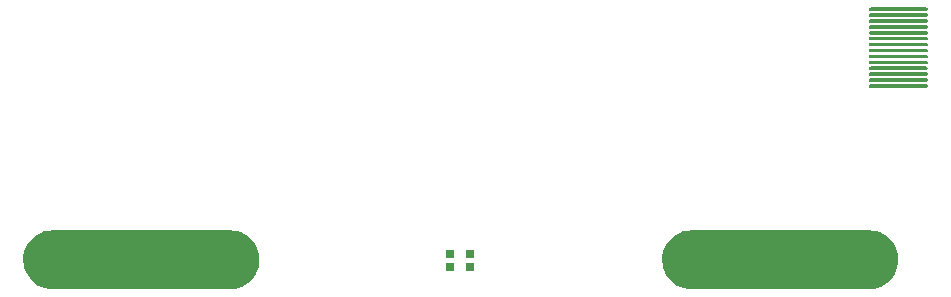
<source format=gtp>
G04 #@! TF.GenerationSoftware,KiCad,Pcbnew,5.99.0-unknown-c3175b4~100~ubuntu16.04.1*
G04 #@! TF.CreationDate,2020-01-01T10:39:55+05:30*
G04 #@! TF.ProjectId,paperd.ink_final_panel,70617065-7264-42e6-996e-6b5f66696e61,rev?*
G04 #@! TF.SameCoordinates,Original*
G04 #@! TF.FileFunction,Paste,Top*
G04 #@! TF.FilePolarity,Positive*
%FSLAX46Y46*%
G04 Gerber Fmt 4.6, Leading zero omitted, Abs format (unit mm)*
G04 Created by KiCad (PCBNEW 5.99.0-unknown-c3175b4~100~ubuntu16.04.1) date 2020-01-01 10:39:55*
%MOMM*%
%LPD*%
G04 APERTURE LIST*
%ADD10C,0.100000*%
%ADD11C,5.000000*%
%ADD12R,0.800000X0.700000*%
%ADD13C,0.300000*%
G04 APERTURE END LIST*
D10*
G04 #@! TO.C,S2*
G36*
X182879693Y-151800524D02*
G01*
X183194136Y-151861762D01*
X183498168Y-151962707D01*
X183786794Y-152101702D01*
X184055276Y-152276465D01*
X184299206Y-152484126D01*
X184514579Y-152721274D01*
X184697857Y-152984018D01*
X184846032Y-153268041D01*
X184956670Y-153568680D01*
X185027954Y-153880999D01*
X185060000Y-154279999D01*
X185060000Y-154280001D01*
X185039475Y-154599694D01*
X184978237Y-154914137D01*
X184877292Y-155218169D01*
X184738297Y-155506795D01*
X184563534Y-155775277D01*
X184355873Y-156019207D01*
X184118725Y-156234580D01*
X183855981Y-156417858D01*
X183571958Y-156566033D01*
X183271319Y-156676671D01*
X182959000Y-156747955D01*
X182560000Y-156780001D01*
X167560000Y-156780001D01*
X167240307Y-156759476D01*
X166925864Y-156698238D01*
X166621832Y-156597293D01*
X166333206Y-156458298D01*
X166064724Y-156283535D01*
X165820794Y-156075874D01*
X165605421Y-155838726D01*
X165422143Y-155575982D01*
X165273968Y-155291959D01*
X165163330Y-154991320D01*
X165092046Y-154679001D01*
X165060000Y-154280001D01*
X165060000Y-154279999D01*
X165080525Y-153960306D01*
X165141763Y-153645863D01*
X165242708Y-153341831D01*
X165381703Y-153053205D01*
X165556466Y-152784723D01*
X165764127Y-152540793D01*
X166001275Y-152325420D01*
X166264019Y-152142142D01*
X166548042Y-151993967D01*
X166848681Y-151883329D01*
X167161000Y-151812045D01*
X167560000Y-151779999D01*
X182560000Y-151779999D01*
X182879693Y-151800524D01*
X182879693Y-151800524D01*
G37*
D11*
X175060000Y-154280000D03*
G04 #@! TD*
D10*
G04 #@! TO.C,S1*
G36*
X128779693Y-151800524D02*
G01*
X129094136Y-151861762D01*
X129398168Y-151962707D01*
X129686794Y-152101702D01*
X129955276Y-152276465D01*
X130199206Y-152484126D01*
X130414579Y-152721274D01*
X130597857Y-152984018D01*
X130746032Y-153268041D01*
X130856670Y-153568680D01*
X130927954Y-153880999D01*
X130960000Y-154279999D01*
X130960000Y-154280001D01*
X130939475Y-154599694D01*
X130878237Y-154914137D01*
X130777292Y-155218169D01*
X130638297Y-155506795D01*
X130463534Y-155775277D01*
X130255873Y-156019207D01*
X130018725Y-156234580D01*
X129755981Y-156417858D01*
X129471958Y-156566033D01*
X129171319Y-156676671D01*
X128859000Y-156747955D01*
X128460000Y-156780001D01*
X113460000Y-156780001D01*
X113140307Y-156759476D01*
X112825864Y-156698238D01*
X112521832Y-156597293D01*
X112233206Y-156458298D01*
X111964724Y-156283535D01*
X111720794Y-156075874D01*
X111505421Y-155838726D01*
X111322143Y-155575982D01*
X111173968Y-155291959D01*
X111063330Y-154991320D01*
X110992046Y-154679001D01*
X110960000Y-154280001D01*
X110960000Y-154279999D01*
X110980525Y-153960306D01*
X111041763Y-153645863D01*
X111142708Y-153341831D01*
X111281703Y-153053205D01*
X111456466Y-152784723D01*
X111664127Y-152540793D01*
X111901275Y-152325420D01*
X112164019Y-152142142D01*
X112448042Y-151993967D01*
X112748681Y-151883329D01*
X113061000Y-151812045D01*
X113460000Y-151779999D01*
X128460000Y-151779999D01*
X128779693Y-151800524D01*
X128779693Y-151800524D01*
G37*
D11*
X120960000Y-154280000D03*
G04 #@! TD*
D12*
G04 #@! TO.C,D5*
X147092000Y-154894000D03*
X148792000Y-154894000D03*
X148792000Y-153794000D03*
X147092000Y-153794000D03*
G04 #@! TD*
D10*
G04 #@! TO.C,J3*
G36*
X187467403Y-139421417D02*
G01*
X187516066Y-139453933D01*
X187548582Y-139502596D01*
X187560000Y-139559999D01*
X187560000Y-139560001D01*
X187548582Y-139617404D01*
X187516066Y-139666067D01*
X187467403Y-139698583D01*
X187410000Y-139710001D01*
X182710000Y-139710001D01*
X182652597Y-139698583D01*
X182603934Y-139666067D01*
X182571418Y-139617404D01*
X182560000Y-139560001D01*
X182560000Y-139559999D01*
X182571418Y-139502596D01*
X182603934Y-139453933D01*
X182652597Y-139421417D01*
X182710000Y-139409999D01*
X187410000Y-139409999D01*
X187467403Y-139421417D01*
X187467403Y-139421417D01*
G37*
D13*
X185060000Y-139560000D03*
D10*
G36*
X187467403Y-138921417D02*
G01*
X187516066Y-138953933D01*
X187548582Y-139002596D01*
X187560000Y-139059999D01*
X187560000Y-139060001D01*
X187548582Y-139117404D01*
X187516066Y-139166067D01*
X187467403Y-139198583D01*
X187410000Y-139210001D01*
X182710000Y-139210001D01*
X182652597Y-139198583D01*
X182603934Y-139166067D01*
X182571418Y-139117404D01*
X182560000Y-139060001D01*
X182560000Y-139059999D01*
X182571418Y-139002596D01*
X182603934Y-138953933D01*
X182652597Y-138921417D01*
X182710000Y-138909999D01*
X187410000Y-138909999D01*
X187467403Y-138921417D01*
X187467403Y-138921417D01*
G37*
D13*
X185060000Y-139060000D03*
D10*
G36*
X187467403Y-138421417D02*
G01*
X187516066Y-138453933D01*
X187548582Y-138502596D01*
X187560000Y-138559999D01*
X187560000Y-138560001D01*
X187548582Y-138617404D01*
X187516066Y-138666067D01*
X187467403Y-138698583D01*
X187410000Y-138710001D01*
X182710000Y-138710001D01*
X182652597Y-138698583D01*
X182603934Y-138666067D01*
X182571418Y-138617404D01*
X182560000Y-138560001D01*
X182560000Y-138559999D01*
X182571418Y-138502596D01*
X182603934Y-138453933D01*
X182652597Y-138421417D01*
X182710000Y-138409999D01*
X187410000Y-138409999D01*
X187467403Y-138421417D01*
X187467403Y-138421417D01*
G37*
D13*
X185060000Y-138560000D03*
D10*
G36*
X187467403Y-137921417D02*
G01*
X187516066Y-137953933D01*
X187548582Y-138002596D01*
X187560000Y-138059999D01*
X187560000Y-138060001D01*
X187548582Y-138117404D01*
X187516066Y-138166067D01*
X187467403Y-138198583D01*
X187410000Y-138210001D01*
X182710000Y-138210001D01*
X182652597Y-138198583D01*
X182603934Y-138166067D01*
X182571418Y-138117404D01*
X182560000Y-138060001D01*
X182560000Y-138059999D01*
X182571418Y-138002596D01*
X182603934Y-137953933D01*
X182652597Y-137921417D01*
X182710000Y-137909999D01*
X187410000Y-137909999D01*
X187467403Y-137921417D01*
X187467403Y-137921417D01*
G37*
D13*
X185060000Y-138060000D03*
D10*
G36*
X187467403Y-137421417D02*
G01*
X187516066Y-137453933D01*
X187548582Y-137502596D01*
X187560000Y-137559999D01*
X187560000Y-137560001D01*
X187548582Y-137617404D01*
X187516066Y-137666067D01*
X187467403Y-137698583D01*
X187410000Y-137710001D01*
X182710000Y-137710001D01*
X182652597Y-137698583D01*
X182603934Y-137666067D01*
X182571418Y-137617404D01*
X182560000Y-137560001D01*
X182560000Y-137559999D01*
X182571418Y-137502596D01*
X182603934Y-137453933D01*
X182652597Y-137421417D01*
X182710000Y-137409999D01*
X187410000Y-137409999D01*
X187467403Y-137421417D01*
X187467403Y-137421417D01*
G37*
D13*
X185060000Y-137560000D03*
D10*
G36*
X187467403Y-136921417D02*
G01*
X187516066Y-136953933D01*
X187548582Y-137002596D01*
X187560000Y-137059999D01*
X187560000Y-137060001D01*
X187548582Y-137117404D01*
X187516066Y-137166067D01*
X187467403Y-137198583D01*
X187410000Y-137210001D01*
X182710000Y-137210001D01*
X182652597Y-137198583D01*
X182603934Y-137166067D01*
X182571418Y-137117404D01*
X182560000Y-137060001D01*
X182560000Y-137059999D01*
X182571418Y-137002596D01*
X182603934Y-136953933D01*
X182652597Y-136921417D01*
X182710000Y-136909999D01*
X187410000Y-136909999D01*
X187467403Y-136921417D01*
X187467403Y-136921417D01*
G37*
D13*
X185060000Y-137060000D03*
D10*
G36*
X187467403Y-136421417D02*
G01*
X187516066Y-136453933D01*
X187548582Y-136502596D01*
X187560000Y-136559999D01*
X187560000Y-136560001D01*
X187548582Y-136617404D01*
X187516066Y-136666067D01*
X187467403Y-136698583D01*
X187410000Y-136710001D01*
X182710000Y-136710001D01*
X182652597Y-136698583D01*
X182603934Y-136666067D01*
X182571418Y-136617404D01*
X182560000Y-136560001D01*
X182560000Y-136559999D01*
X182571418Y-136502596D01*
X182603934Y-136453933D01*
X182652597Y-136421417D01*
X182710000Y-136409999D01*
X187410000Y-136409999D01*
X187467403Y-136421417D01*
X187467403Y-136421417D01*
G37*
D13*
X185060000Y-136560000D03*
D10*
G36*
X187467403Y-135921417D02*
G01*
X187516066Y-135953933D01*
X187548582Y-136002596D01*
X187560000Y-136059999D01*
X187560000Y-136060001D01*
X187548582Y-136117404D01*
X187516066Y-136166067D01*
X187467403Y-136198583D01*
X187410000Y-136210001D01*
X182710000Y-136210001D01*
X182652597Y-136198583D01*
X182603934Y-136166067D01*
X182571418Y-136117404D01*
X182560000Y-136060001D01*
X182560000Y-136059999D01*
X182571418Y-136002596D01*
X182603934Y-135953933D01*
X182652597Y-135921417D01*
X182710000Y-135909999D01*
X187410000Y-135909999D01*
X187467403Y-135921417D01*
X187467403Y-135921417D01*
G37*
D13*
X185060000Y-136060000D03*
D10*
G36*
X187467403Y-135421417D02*
G01*
X187516066Y-135453933D01*
X187548582Y-135502596D01*
X187560000Y-135559999D01*
X187560000Y-135560001D01*
X187548582Y-135617404D01*
X187516066Y-135666067D01*
X187467403Y-135698583D01*
X187410000Y-135710001D01*
X182710000Y-135710001D01*
X182652597Y-135698583D01*
X182603934Y-135666067D01*
X182571418Y-135617404D01*
X182560000Y-135560001D01*
X182560000Y-135559999D01*
X182571418Y-135502596D01*
X182603934Y-135453933D01*
X182652597Y-135421417D01*
X182710000Y-135409999D01*
X187410000Y-135409999D01*
X187467403Y-135421417D01*
X187467403Y-135421417D01*
G37*
D13*
X185060000Y-135560000D03*
D10*
G36*
X187467403Y-134921417D02*
G01*
X187516066Y-134953933D01*
X187548582Y-135002596D01*
X187560000Y-135059999D01*
X187560000Y-135060001D01*
X187548582Y-135117404D01*
X187516066Y-135166067D01*
X187467403Y-135198583D01*
X187410000Y-135210001D01*
X182710000Y-135210001D01*
X182652597Y-135198583D01*
X182603934Y-135166067D01*
X182571418Y-135117404D01*
X182560000Y-135060001D01*
X182560000Y-135059999D01*
X182571418Y-135002596D01*
X182603934Y-134953933D01*
X182652597Y-134921417D01*
X182710000Y-134909999D01*
X187410000Y-134909999D01*
X187467403Y-134921417D01*
X187467403Y-134921417D01*
G37*
D13*
X185060000Y-135060000D03*
D10*
G36*
X187467403Y-134421417D02*
G01*
X187516066Y-134453933D01*
X187548582Y-134502596D01*
X187560000Y-134559999D01*
X187560000Y-134560001D01*
X187548582Y-134617404D01*
X187516066Y-134666067D01*
X187467403Y-134698583D01*
X187410000Y-134710001D01*
X182710000Y-134710001D01*
X182652597Y-134698583D01*
X182603934Y-134666067D01*
X182571418Y-134617404D01*
X182560000Y-134560001D01*
X182560000Y-134559999D01*
X182571418Y-134502596D01*
X182603934Y-134453933D01*
X182652597Y-134421417D01*
X182710000Y-134409999D01*
X187410000Y-134409999D01*
X187467403Y-134421417D01*
X187467403Y-134421417D01*
G37*
D13*
X185060000Y-134560000D03*
D10*
G36*
X187467403Y-133921417D02*
G01*
X187516066Y-133953933D01*
X187548582Y-134002596D01*
X187560000Y-134059999D01*
X187560000Y-134060001D01*
X187548582Y-134117404D01*
X187516066Y-134166067D01*
X187467403Y-134198583D01*
X187410000Y-134210001D01*
X182710000Y-134210001D01*
X182652597Y-134198583D01*
X182603934Y-134166067D01*
X182571418Y-134117404D01*
X182560000Y-134060001D01*
X182560000Y-134059999D01*
X182571418Y-134002596D01*
X182603934Y-133953933D01*
X182652597Y-133921417D01*
X182710000Y-133909999D01*
X187410000Y-133909999D01*
X187467403Y-133921417D01*
X187467403Y-133921417D01*
G37*
D13*
X185060000Y-134060000D03*
D10*
G36*
X187467403Y-133421417D02*
G01*
X187516066Y-133453933D01*
X187548582Y-133502596D01*
X187560000Y-133559999D01*
X187560000Y-133560001D01*
X187548582Y-133617404D01*
X187516066Y-133666067D01*
X187467403Y-133698583D01*
X187410000Y-133710001D01*
X182710000Y-133710001D01*
X182652597Y-133698583D01*
X182603934Y-133666067D01*
X182571418Y-133617404D01*
X182560000Y-133560001D01*
X182560000Y-133559999D01*
X182571418Y-133502596D01*
X182603934Y-133453933D01*
X182652597Y-133421417D01*
X182710000Y-133409999D01*
X187410000Y-133409999D01*
X187467403Y-133421417D01*
X187467403Y-133421417D01*
G37*
D13*
X185060000Y-133560000D03*
D10*
G36*
X187467403Y-132921417D02*
G01*
X187516066Y-132953933D01*
X187548582Y-133002596D01*
X187560000Y-133059999D01*
X187560000Y-133060001D01*
X187548582Y-133117404D01*
X187516066Y-133166067D01*
X187467403Y-133198583D01*
X187410000Y-133210001D01*
X182710000Y-133210001D01*
X182652597Y-133198583D01*
X182603934Y-133166067D01*
X182571418Y-133117404D01*
X182560000Y-133060001D01*
X182560000Y-133059999D01*
X182571418Y-133002596D01*
X182603934Y-132953933D01*
X182652597Y-132921417D01*
X182710000Y-132909999D01*
X187410000Y-132909999D01*
X187467403Y-132921417D01*
X187467403Y-132921417D01*
G37*
D13*
X185060000Y-133060000D03*
G04 #@! TD*
M02*

</source>
